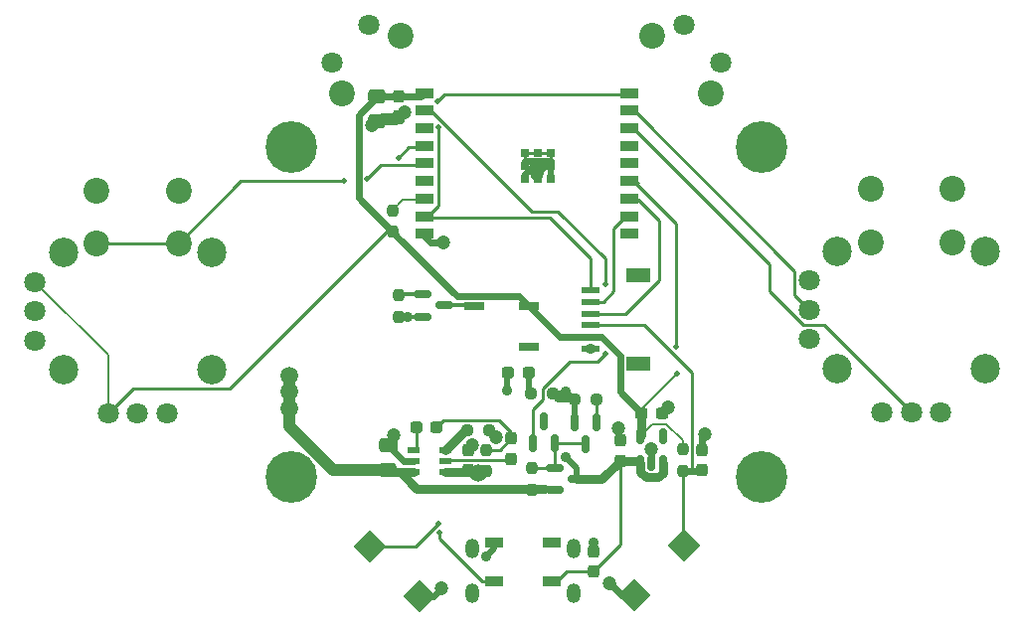
<source format=gbr>
%TF.GenerationSoftware,KiCad,Pcbnew,8.0.2*%
%TF.CreationDate,2024-07-05T22:45:23+08:00*%
%TF.ProjectId,controller,636f6e74-726f-46c6-9c65-722e6b696361,rev?*%
%TF.SameCoordinates,Original*%
%TF.FileFunction,Copper,L1,Top*%
%TF.FilePolarity,Positive*%
%FSLAX46Y46*%
G04 Gerber Fmt 4.6, Leading zero omitted, Abs format (unit mm)*
G04 Created by KiCad (PCBNEW 8.0.2) date 2024-07-05 22:45:23*
%MOMM*%
%LPD*%
G01*
G04 APERTURE LIST*
G04 Aperture macros list*
%AMRoundRect*
0 Rectangle with rounded corners*
0 $1 Rounding radius*
0 $2 $3 $4 $5 $6 $7 $8 $9 X,Y pos of 4 corners*
0 Add a 4 corners polygon primitive as box body*
4,1,4,$2,$3,$4,$5,$6,$7,$8,$9,$2,$3,0*
0 Add four circle primitives for the rounded corners*
1,1,$1+$1,$2,$3*
1,1,$1+$1,$4,$5*
1,1,$1+$1,$6,$7*
1,1,$1+$1,$8,$9*
0 Add four rect primitives between the rounded corners*
20,1,$1+$1,$2,$3,$4,$5,0*
20,1,$1+$1,$4,$5,$6,$7,0*
20,1,$1+$1,$6,$7,$8,$9,0*
20,1,$1+$1,$8,$9,$2,$3,0*%
%AMRotRect*
0 Rectangle, with rotation*
0 The origin of the aperture is its center*
0 $1 length*
0 $2 width*
0 $3 Rotation angle, in degrees counterclockwise*
0 Add horizontal line*
21,1,$1,$2,0,0,$3*%
G04 Aperture macros list end*
%TA.AperFunction,ComponentPad*%
%ADD10C,1.800000*%
%TD*%
%TA.AperFunction,ComponentPad*%
%ADD11C,2.200000*%
%TD*%
%TA.AperFunction,SMDPad,CuDef*%
%ADD12R,1.500000X0.900000*%
%TD*%
%TA.AperFunction,SMDPad,CuDef*%
%ADD13RoundRect,0.150000X-0.587500X-0.150000X0.587500X-0.150000X0.587500X0.150000X-0.587500X0.150000X0*%
%TD*%
%TA.AperFunction,SMDPad,CuDef*%
%ADD14RoundRect,0.237500X0.237500X-0.300000X0.237500X0.300000X-0.237500X0.300000X-0.237500X-0.300000X0*%
%TD*%
%TA.AperFunction,SMDPad,CuDef*%
%ADD15R,2.000000X1.200000*%
%TD*%
%TA.AperFunction,SMDPad,CuDef*%
%ADD16R,1.600000X0.600000*%
%TD*%
%TA.AperFunction,SMDPad,CuDef*%
%ADD17RoundRect,0.150000X0.150000X-0.512500X0.150000X0.512500X-0.150000X0.512500X-0.150000X-0.512500X0*%
%TD*%
%TA.AperFunction,ComponentPad*%
%ADD18C,4.400000*%
%TD*%
%TA.AperFunction,SMDPad,CuDef*%
%ADD19RoundRect,0.237500X0.237500X-0.250000X0.237500X0.250000X-0.237500X0.250000X-0.237500X-0.250000X0*%
%TD*%
%TA.AperFunction,SMDPad,CuDef*%
%ADD20RoundRect,0.150000X-0.150000X0.587500X-0.150000X-0.587500X0.150000X-0.587500X0.150000X0.587500X0*%
%TD*%
%TA.AperFunction,SMDPad,CuDef*%
%ADD21RotRect,2.000000X2.000000X45.000000*%
%TD*%
%TA.AperFunction,ComponentPad*%
%ADD22C,2.500000*%
%TD*%
%TA.AperFunction,SMDPad,CuDef*%
%ADD23RoundRect,0.237500X-0.250000X-0.237500X0.250000X-0.237500X0.250000X0.237500X-0.250000X0.237500X0*%
%TD*%
%TA.AperFunction,SMDPad,CuDef*%
%ADD24RoundRect,0.237500X0.237500X-0.287500X0.237500X0.287500X-0.237500X0.287500X-0.237500X-0.287500X0*%
%TD*%
%TA.AperFunction,SMDPad,CuDef*%
%ADD25RoundRect,0.250000X-0.475000X0.337500X-0.475000X-0.337500X0.475000X-0.337500X0.475000X0.337500X0*%
%TD*%
%TA.AperFunction,SMDPad,CuDef*%
%ADD26RoundRect,0.237500X0.287500X0.237500X-0.287500X0.237500X-0.287500X-0.237500X0.287500X-0.237500X0*%
%TD*%
%TA.AperFunction,SMDPad,CuDef*%
%ADD27RoundRect,0.237500X0.250000X0.237500X-0.250000X0.237500X-0.250000X-0.237500X0.250000X-0.237500X0*%
%TD*%
%TA.AperFunction,SMDPad,CuDef*%
%ADD28RotRect,2.000000X2.000000X135.000000*%
%TD*%
%TA.AperFunction,SMDPad,CuDef*%
%ADD29RoundRect,0.150000X0.150000X-0.587500X0.150000X0.587500X-0.150000X0.587500X-0.150000X-0.587500X0*%
%TD*%
%TA.AperFunction,SMDPad,CuDef*%
%ADD30RoundRect,0.237500X-0.287500X-0.237500X0.287500X-0.237500X0.287500X0.237500X-0.287500X0.237500X0*%
%TD*%
%TA.AperFunction,SMDPad,CuDef*%
%ADD31R,0.700000X0.700000*%
%TD*%
%TA.AperFunction,SMDPad,CuDef*%
%ADD32RoundRect,0.237500X-0.237500X0.300000X-0.237500X-0.300000X0.237500X-0.300000X0.237500X0.300000X0*%
%TD*%
%TA.AperFunction,SMDPad,CuDef*%
%ADD33RoundRect,0.250000X0.475000X-0.337500X0.475000X0.337500X-0.475000X0.337500X-0.475000X-0.337500X0*%
%TD*%
%TA.AperFunction,SMDPad,CuDef*%
%ADD34RoundRect,0.237500X-0.237500X0.250000X-0.237500X-0.250000X0.237500X-0.250000X0.237500X0.250000X0*%
%TD*%
%TA.AperFunction,SMDPad,CuDef*%
%ADD35R,1.100000X0.600000*%
%TD*%
%TA.AperFunction,SMDPad,CuDef*%
%ADD36RoundRect,0.237500X-0.300000X-0.237500X0.300000X-0.237500X0.300000X0.237500X-0.300000X0.237500X0*%
%TD*%
%TA.AperFunction,SMDPad,CuDef*%
%ADD37R,1.700000X0.700000*%
%TD*%
%TA.AperFunction,ComponentPad*%
%ADD38O,1.200000X1.700000*%
%TD*%
%TA.AperFunction,ViaPad*%
%ADD39C,0.500000*%
%TD*%
%TA.AperFunction,ViaPad*%
%ADD40C,0.900000*%
%TD*%
%TA.AperFunction,ViaPad*%
%ADD41C,1.200000*%
%TD*%
%TA.AperFunction,ViaPad*%
%ADD42C,1.500000*%
%TD*%
%TA.AperFunction,Conductor*%
%ADD43C,0.250000*%
%TD*%
%TA.AperFunction,Conductor*%
%ADD44C,0.600000*%
%TD*%
%TA.AperFunction,Conductor*%
%ADD45C,0.500000*%
%TD*%
%TA.AperFunction,Conductor*%
%ADD46C,0.300000*%
%TD*%
%TA.AperFunction,Conductor*%
%ADD47C,0.200000*%
%TD*%
%TA.AperFunction,Conductor*%
%ADD48C,0.800000*%
%TD*%
%TA.AperFunction,Conductor*%
%ADD49C,1.000000*%
%TD*%
G04 APERTURE END LIST*
D10*
%TO.P,SW4,1,1*%
%TO.N,GND*%
X136692893Y-56525126D03*
%TO.P,SW4,2,2*%
%TO.N,/IO3*%
X139874874Y-59707107D03*
D11*
%TO.P,SW4,3,3*%
%TO.N,unconnected-(SW4-Pad3)*%
X138990990Y-62358757D03*
%TO.P,SW4,4,4*%
%TO.N,unconnected-(SW4-Pad4)*%
X134041243Y-57409010D03*
%TD*%
D12*
%TO.P,D3,1,VDD*%
%TO.N,VCC*%
X125450000Y-103950000D03*
%TO.P,D3,2,DOUT*%
%TO.N,unconnected-(D3-DOUT-Pad2)*%
X125450000Y-100650000D03*
%TO.P,D3,3,VSS*%
%TO.N,GND*%
X120550000Y-100650000D03*
%TO.P,D3,4,DIN*%
%TO.N,/RGB*%
X120550000Y-103950000D03*
%TD*%
D13*
%TO.P,Q3,1,G*%
%TO.N,/BEEPER*%
X114420000Y-79450000D03*
%TO.P,Q3,2,S*%
%TO.N,GND*%
X114420000Y-81350000D03*
%TO.P,Q3,3,D*%
%TO.N,Net-(BUZZER2--)*%
X116295000Y-80400000D03*
%TD*%
D14*
%TO.P,C4,1*%
%TO.N,Net-(U1-VCC)*%
X118312500Y-94437500D03*
%TO.P,C4,2*%
%TO.N,GND*%
X118312500Y-92712500D03*
%TD*%
D15*
%TO.P,J3,8*%
%TO.N,N/C*%
X132800000Y-85400000D03*
%TO.P,J3,7*%
X132800000Y-77800000D03*
D16*
%TO.P,J3,6,Pin_6*%
%TO.N,/IO9*%
X128800000Y-79100000D03*
%TO.P,J3,5,Pin_5*%
%TO.N,/RXD*%
X128800000Y-80100000D03*
%TO.P,J3,4,Pin_4*%
%TO.N,/TXD*%
X128800000Y-81100000D03*
%TO.P,J3,3,Pin_3*%
%TO.N,/EN*%
X128800000Y-82100000D03*
%TO.P,J3,2,Pin_2*%
%TO.N,+3V3*%
X128800000Y-83100000D03*
%TO.P,J3,1,Pin_1*%
%TO.N,GND*%
X128800000Y-84100000D03*
%TD*%
D17*
%TO.P,U3,1,VIN*%
%TO.N,VCC*%
X133012500Y-93800000D03*
%TO.P,U3,2,GND*%
%TO.N,GND*%
X133962500Y-93800000D03*
%TO.P,U3,3,CE*%
%TO.N,VCC*%
X134912500Y-93800000D03*
%TO.P,U3,4,NC*%
%TO.N,unconnected-(U3-NC-Pad4)*%
X134912500Y-91525000D03*
%TO.P,U3,5,VOUT*%
%TO.N,+3V3*%
X133012500Y-91525000D03*
%TD*%
D18*
%TO.P,H1,1*%
%TO.N,N/C*%
X103300000Y-95000000D03*
%TD*%
D19*
%TO.P,R11,1*%
%TO.N,GND*%
X112400000Y-81387500D03*
%TO.P,R11,2*%
%TO.N,/BEEPER*%
X112400000Y-79562500D03*
%TD*%
D20*
%TO.P,Q2,1,G*%
%TO.N,/POWER_EN*%
X129312500Y-90325000D03*
%TO.P,Q2,2,S*%
%TO.N,GND*%
X127412500Y-90325000D03*
%TO.P,Q2,3,D*%
%TO.N,Net-(Q1-G)*%
X128362500Y-92200000D03*
%TD*%
D14*
%TO.P,C7,1*%
%TO.N,VCC*%
X131262500Y-93625000D03*
%TO.P,C7,2*%
%TO.N,GND*%
X131262500Y-91900000D03*
%TD*%
D21*
%TO.P,SW1,1,1*%
%TO.N,GND*%
X132478680Y-105121320D03*
%TO.P,SW1,2,2*%
%TO.N,/EN*%
X136721320Y-100878680D03*
%TD*%
D11*
%TO.P,SW2,d,d*%
%TO.N,GND*%
X86700000Y-70600000D03*
%TO.P,SW2,c,c*%
%TO.N,/L_BUTTON*%
X86700000Y-75100000D03*
%TO.P,SW2,b,b*%
%TO.N,GND*%
X93700000Y-70600000D03*
%TO.P,SW2,a,a*%
%TO.N,/L_BUTTON*%
X93700000Y-75100000D03*
D22*
%TO.P,SW2,10,GND*%
%TO.N,GND*%
X83855000Y-85892000D03*
%TO.P,SW2,9,GND*%
X83855000Y-75892000D03*
%TO.P,SW2,8,GND*%
X96505000Y-75892000D03*
%TO.P,SW2,7,GND*%
X96505000Y-85892000D03*
D10*
%TO.P,SW2,6,B*%
X92681000Y-89622000D03*
%TO.P,SW2,5,DTA*%
%TO.N,/ADC1_CH4*%
X90180000Y-89622000D03*
%TO.P,SW2,4,A*%
%TO.N,+3V3*%
X87681000Y-89622000D03*
%TO.P,SW2,3,A*%
%TO.N,GND*%
X81451000Y-83392000D03*
%TO.P,SW2,2,DTA*%
%TO.N,/ADC1_CH0*%
X81451000Y-80892000D03*
%TO.P,SW2,1,B*%
%TO.N,+3V3*%
X81451000Y-78392000D03*
%TD*%
D19*
%TO.P,R1,1*%
%TO.N,/EN*%
X136612500Y-94500000D03*
%TO.P,R1,2*%
%TO.N,+3V3*%
X136612500Y-92675000D03*
%TD*%
D23*
%TO.P,R10,1*%
%TO.N,Net-(D5-K)*%
X123700000Y-87925000D03*
%TO.P,R10,2*%
%TO.N,GND*%
X125525000Y-87925000D03*
%TD*%
D19*
%TO.P,R3,1*%
%TO.N,Net-(U1-VCC)*%
X119912500Y-94537500D03*
%TO.P,R3,2*%
%TO.N,Net-(D1-A)*%
X119912500Y-92712500D03*
%TD*%
%TO.P,R8,1*%
%TO.N,+BATT*%
X123750000Y-96087500D03*
%TO.P,R8,2*%
%TO.N,Net-(Q1-G)*%
X123750000Y-94262500D03*
%TD*%
D24*
%TO.P,D2,1,K*%
%TO.N,Net-(D2-K)*%
X122012500Y-93500000D03*
%TO.P,D2,2,A*%
%TO.N,Net-(D1-A)*%
X122012500Y-91750000D03*
%TD*%
D25*
%TO.P,C2,1*%
%TO.N,+3V3*%
X110600000Y-62625000D03*
%TO.P,C2,2*%
%TO.N,GND*%
X110600000Y-64700000D03*
%TD*%
D14*
%TO.P,C1,1*%
%TO.N,/EN*%
X138212500Y-94450000D03*
%TO.P,C1,2*%
%TO.N,GND*%
X138212500Y-92725000D03*
%TD*%
D18*
%TO.P,H3,1*%
%TO.N,N/C*%
X143300000Y-95000000D03*
%TD*%
D26*
%TO.P,D5,1,K*%
%TO.N,Net-(D5-K)*%
X123487500Y-86100000D03*
%TO.P,D5,2,A*%
%TO.N,VCC*%
X121737500Y-86100000D03*
%TD*%
D18*
%TO.P,H4,1*%
%TO.N,N/C*%
X103300000Y-66900000D03*
%TD*%
D27*
%TO.P,R4,1*%
%TO.N,GND*%
X120125000Y-91025000D03*
%TO.P,R4,2*%
%TO.N,Net-(U1-PROG)*%
X118300000Y-91025000D03*
%TD*%
D28*
%TO.P,SW5,1,1*%
%TO.N,GND*%
X114200000Y-105200000D03*
%TO.P,SW5,2,2*%
%TO.N,Net-(D4-C)*%
X109957360Y-100957360D03*
%TD*%
D29*
%TO.P,D4,1,A*%
%TO.N,/KEY*%
X123812500Y-92150000D03*
%TO.P,D4,2,A*%
%TO.N,Net-(Q1-G)*%
X125712500Y-92150000D03*
%TO.P,D4,3,C*%
%TO.N,Net-(D4-C)*%
X124762500Y-90275000D03*
%TD*%
D30*
%TO.P,D1,1,K*%
%TO.N,Net-(D1-K)*%
X113912500Y-90775000D03*
%TO.P,D1,2,A*%
%TO.N,Net-(D1-A)*%
X115662500Y-90775000D03*
%TD*%
D13*
%TO.P,Q1,1,G*%
%TO.N,Net-(Q1-G)*%
X125675000Y-94225000D03*
%TO.P,Q1,2,S*%
%TO.N,+BATT*%
X125675000Y-96125000D03*
%TO.P,Q1,3,D*%
%TO.N,VCC*%
X127550000Y-95175000D03*
%TD*%
D12*
%TO.P,U4,1,3V3*%
%TO.N,+3V3*%
X114600000Y-62300000D03*
%TO.P,U4,2,EN*%
%TO.N,/EN*%
X114600000Y-63800000D03*
%TO.P,U4,3,IO4*%
%TO.N,/ADC1_CH4*%
X114600000Y-65300000D03*
%TO.P,U4,4,IO5*%
%TO.N,/BEEPER*%
X114600000Y-66800000D03*
%TO.P,U4,5,IO6*%
%TO.N,/L_BUTTON*%
X114600000Y-68300000D03*
%TO.P,U4,6,IO7*%
%TO.N,/RGB*%
X114600000Y-69800000D03*
%TO.P,U4,7,IO8*%
%TO.N,Net-(U4-IO8)*%
X114600000Y-71300000D03*
%TO.P,U4,8,IO9*%
%TO.N,/IO9*%
X114600000Y-72800000D03*
%TO.P,U4,9,GND*%
%TO.N,GND*%
X114600000Y-74300000D03*
%TO.P,U4,10,IO10*%
%TO.N,/KEY*%
X132100000Y-74300000D03*
%TO.P,U4,11,RXD*%
%TO.N,/RXD*%
X132100000Y-72800000D03*
%TO.P,U4,12,TXD*%
%TO.N,/TXD*%
X132100000Y-71300000D03*
%TO.P,U4,13,IO18*%
%TO.N,/POWER_EN*%
X132100000Y-69800000D03*
%TO.P,U4,14,IO19*%
%TO.N,/R_BUTTON*%
X132100000Y-68300000D03*
%TO.P,U4,15,IO3*%
%TO.N,/IO3*%
X132100000Y-66800000D03*
%TO.P,U4,16,IO2*%
%TO.N,/ADC1_CH2*%
X132100000Y-65300000D03*
%TO.P,U4,17,IO1*%
%TO.N,/ADC1_CH1*%
X132100000Y-63800000D03*
%TO.P,U4,18,IO0*%
%TO.N,/ADC1_CH0*%
X132100000Y-62300000D03*
D31*
%TO.P,U4,19,EP*%
%TO.N,GND*%
X123210000Y-67400000D03*
X123210000Y-68500000D03*
X123210000Y-69600000D03*
X124260000Y-67400000D03*
X124260000Y-68500000D03*
X124260000Y-69600000D03*
X125410000Y-67400000D03*
X125410000Y-68500000D03*
X125410000Y-69600000D03*
%TD*%
D32*
%TO.P,C11,1*%
%TO.N,GND*%
X129000000Y-101337500D03*
%TO.P,C11,2*%
%TO.N,VCC*%
X129000000Y-103062500D03*
%TD*%
D33*
%TO.P,C5,1*%
%TO.N,+BATT*%
X111462500Y-94412500D03*
%TO.P,C5,2*%
%TO.N,GND*%
X111462500Y-92337500D03*
%TD*%
D11*
%TO.P,SW3,d,d*%
%TO.N,GND*%
X152600000Y-70500000D03*
%TO.P,SW3,c,c*%
%TO.N,/R_BUTTON*%
X152600000Y-75000000D03*
%TO.P,SW3,b,b*%
%TO.N,GND*%
X159600000Y-70500000D03*
%TO.P,SW3,a,a*%
%TO.N,/R_BUTTON*%
X159600000Y-75000000D03*
D22*
%TO.P,SW3,10,GND*%
%TO.N,GND*%
X149755000Y-85792000D03*
%TO.P,SW3,9,GND*%
X149755000Y-75792000D03*
%TO.P,SW3,8,GND*%
X162405000Y-75792000D03*
%TO.P,SW3,7,GND*%
X162405000Y-85792000D03*
D10*
%TO.P,SW3,6,B*%
X158581000Y-89522000D03*
%TO.P,SW3,5,DTA*%
%TO.N,/ADC1_CH2*%
X156080000Y-89522000D03*
%TO.P,SW3,4,A*%
%TO.N,+3V3*%
X153581000Y-89522000D03*
%TO.P,SW3,3,A*%
%TO.N,GND*%
X147351000Y-83292000D03*
%TO.P,SW3,2,DTA*%
%TO.N,/ADC1_CH1*%
X147351000Y-80792000D03*
%TO.P,SW3,1,B*%
%TO.N,+3V3*%
X147351000Y-78292000D03*
%TD*%
D34*
%TO.P,R2,1*%
%TO.N,Net-(U4-IO8)*%
X111900000Y-72287500D03*
%TO.P,R2,2*%
%TO.N,+3V3*%
X111900000Y-74112500D03*
%TD*%
D35*
%TO.P,U1,1,/CHRG*%
%TO.N,Net-(D1-K)*%
X113712500Y-92725000D03*
%TO.P,U1,2,GND*%
%TO.N,GND*%
X113712500Y-93675000D03*
%TO.P,U1,3,BAT*%
%TO.N,+BATT*%
X113712500Y-94625000D03*
%TO.P,U1,4,VCC*%
%TO.N,Net-(U1-VCC)*%
X116412500Y-94625000D03*
%TO.P,U1,5,STDBY*%
%TO.N,Net-(D2-K)*%
X116412500Y-93675000D03*
%TO.P,U1,6,PROG*%
%TO.N,Net-(U1-PROG)*%
X116412500Y-92725000D03*
%TD*%
D23*
%TO.P,R9,1*%
%TO.N,GND*%
X127450000Y-88400000D03*
%TO.P,R9,2*%
%TO.N,/POWER_EN*%
X129275000Y-88400000D03*
%TD*%
D18*
%TO.P,H2,1*%
%TO.N,N/C*%
X143300000Y-66900000D03*
%TD*%
D36*
%TO.P,C9,1*%
%TO.N,+3V3*%
X133100000Y-89562500D03*
%TO.P,C9,2*%
%TO.N,GND*%
X134825000Y-89562500D03*
%TD*%
D37*
%TO.P,BUZZER2,1,+*%
%TO.N,+3V3*%
X123500000Y-80450000D03*
%TO.P,BUZZER2,2,-*%
%TO.N,Net-(BUZZER2--)*%
X118900000Y-80450000D03*
%TO.P,BUZZER2,3*%
%TO.N,unconnected-(BUZZER2-Pad3)*%
X123500000Y-83950000D03*
%TD*%
D32*
%TO.P,C3,1*%
%TO.N,+3V3*%
X112400000Y-62600000D03*
%TO.P,C3,2*%
%TO.N,GND*%
X112400000Y-64325000D03*
%TD*%
D38*
%TO.P,J1,16*%
%TO.N,N/C*%
X118680000Y-104900000D03*
%TO.P,J1,15*%
X127320000Y-104900000D03*
%TO.P,J1,14*%
X118680000Y-101100000D03*
%TO.P,J1,13*%
X127320000Y-101100000D03*
%TD*%
D10*
%TO.P,SW7,1,1*%
%TO.N,GND*%
X106725126Y-59707107D03*
%TO.P,SW7,2,2*%
%TO.N,/IO9*%
X109907107Y-56525126D03*
D11*
%TO.P,SW7,3,3*%
%TO.N,unconnected-(SW7-Pad3)*%
X112558757Y-57409010D03*
%TO.P,SW7,4,4*%
%TO.N,unconnected-(SW7-Pad4)*%
X107609010Y-62358757D03*
%TD*%
D39*
%TO.N,/IO9*%
X115799999Y-65213173D03*
%TO.N,/EN*%
X130002494Y-78598753D03*
X128800000Y-82100000D03*
D40*
%TO.N,GND*%
X129000000Y-100600000D03*
D41*
X112900000Y-63962500D03*
D40*
X126612500Y-87725000D03*
D41*
X111981524Y-91494024D03*
X116200000Y-75000000D03*
X135361286Y-89066456D03*
X110100000Y-65062500D03*
X133923177Y-92608463D03*
X130400000Y-104100000D03*
X120737501Y-91607264D03*
X116100000Y-104500000D03*
D40*
X119848624Y-101793644D03*
X113200000Y-81350000D03*
X128800000Y-84100000D03*
D41*
X138512500Y-91387500D03*
X124210000Y-69200000D03*
X131112500Y-90900000D03*
X118650351Y-92296290D03*
D39*
%TO.N,+3V3*%
X136130913Y-86206587D03*
D42*
%TO.N,Net-(U1-VCC)*%
X119212500Y-94650000D03*
%TO.N,+BATT*%
X103100000Y-86400000D03*
X103130000Y-89200000D03*
X103130000Y-87775000D03*
D40*
%TO.N,VCC*%
X126612500Y-93325000D03*
X121634522Y-87645000D03*
D39*
%TO.N,/RGB*%
X114525107Y-69932822D03*
X115856585Y-99756589D03*
%TO.N,/POWER_EN*%
X136044759Y-83955239D03*
X129275000Y-88400000D03*
%TO.N,/ADC1_CH4*%
X114525107Y-65432822D03*
%TO.N,/IO3*%
X132025107Y-66932822D03*
%TO.N,Net-(D4-C)*%
X115800000Y-99000000D03*
X124762500Y-90275000D03*
%TO.N,/KEY*%
X132100000Y-74300000D03*
X130038857Y-84499519D03*
%TO.N,/R_BUTTON*%
X132025107Y-68432822D03*
%TO.N,/ADC1_CH0*%
X115687380Y-63047786D03*
%TO.N,/BEEPER*%
X112400000Y-79562500D03*
X112400000Y-67800000D03*
%TO.N,/L_BUTTON*%
X107800000Y-69800000D03*
X109750000Y-69600000D03*
%TD*%
D43*
%TO.N,/IO9*%
X115799999Y-71900001D02*
X115799999Y-65213173D01*
X114900000Y-72800000D02*
X115799999Y-71900001D01*
X114600000Y-72800000D02*
X114900000Y-72800000D01*
%TO.N,/ADC1_CH0*%
X116302344Y-62432822D02*
X132025107Y-62432822D01*
X115687380Y-63047786D02*
X116302344Y-62432822D01*
D44*
%TO.N,/EN*%
X138162500Y-94500000D02*
X138212500Y-94450000D01*
D43*
X126000000Y-72400000D02*
X123800000Y-72400000D01*
X136612500Y-94500000D02*
X136612500Y-100769860D01*
X137412500Y-86136153D02*
X137412500Y-94300000D01*
D44*
X136612500Y-94500000D02*
X137612500Y-94500000D01*
D43*
X137412500Y-94300000D02*
X137612500Y-94500000D01*
X130002494Y-78598753D02*
X130002494Y-76402494D01*
X136612500Y-100769860D02*
X136721320Y-100878680D01*
X130002494Y-76402494D02*
X126000000Y-72400000D01*
D44*
X137612500Y-94500000D02*
X138162500Y-94500000D01*
D43*
X115332822Y-63932822D02*
X114525107Y-63932822D01*
X128800000Y-82100000D02*
X133376347Y-82100000D01*
X133376347Y-82100000D02*
X137412500Y-86136153D01*
X123800000Y-72400000D02*
X115332822Y-63932822D01*
D45*
%TO.N,GND*%
X126000000Y-88400000D02*
X125525000Y-87925000D01*
X119848624Y-101793644D02*
X120550000Y-101092268D01*
X125410000Y-69600000D02*
X125410000Y-68500000D01*
D44*
X134865242Y-89562500D02*
X134825000Y-89562500D01*
D43*
X123210000Y-67400000D02*
X125410000Y-67400000D01*
D44*
X133962500Y-93800000D02*
X133962500Y-92647786D01*
X112600000Y-64325000D02*
X110975000Y-64325000D01*
D43*
X125410000Y-67400000D02*
X125410000Y-68500000D01*
D45*
X120155237Y-91025000D02*
X120737501Y-91607264D01*
D44*
X125360000Y-68100000D02*
X125310000Y-68100000D01*
X111462500Y-92013048D02*
X111462500Y-92337500D01*
X125360000Y-68100000D02*
X124260000Y-68100000D01*
D45*
X120125000Y-91025000D02*
X120155237Y-91025000D01*
X120550000Y-101092268D02*
X120550000Y-100650000D01*
D44*
X110975000Y-64325000D02*
X110600000Y-64700000D01*
D45*
X127450000Y-90287500D02*
X127412500Y-90325000D01*
D44*
X114300000Y-105200000D02*
X115400000Y-105200000D01*
D45*
X127287500Y-88400000D02*
X126612500Y-87725000D01*
X129000000Y-101337500D02*
X129000000Y-100600000D01*
X118312500Y-92634141D02*
X118650351Y-92296290D01*
D46*
X114420000Y-81350000D02*
X113200000Y-81350000D01*
D44*
X133962500Y-92647786D02*
X133923177Y-92608463D01*
D45*
X126412500Y-87925000D02*
X126612500Y-87725000D01*
X127450000Y-88400000D02*
X127450000Y-90287500D01*
D44*
X138212500Y-92725000D02*
X138212500Y-91687500D01*
X112600000Y-64625000D02*
X111275000Y-64625000D01*
D45*
X113162500Y-81387500D02*
X113200000Y-81350000D01*
D44*
X138212500Y-91687500D02*
X138512500Y-91387500D01*
X111981524Y-91494024D02*
X111462500Y-92013048D01*
X112600000Y-64325000D02*
X112600000Y-64262500D01*
D45*
X112400000Y-81387500D02*
X113162500Y-81387500D01*
D44*
X112812500Y-93675000D02*
X113712500Y-93675000D01*
X115092285Y-75000000D02*
X116200000Y-75000000D01*
X115400000Y-105200000D02*
X116100000Y-104500000D01*
X124260000Y-68100000D02*
X123160000Y-69200000D01*
D43*
X123210000Y-67400000D02*
X123210000Y-68500000D01*
D45*
X125525000Y-87925000D02*
X126412500Y-87925000D01*
X127450000Y-88400000D02*
X127287500Y-88400000D01*
D44*
X111981524Y-92844024D02*
X112812500Y-93675000D01*
X125360000Y-68100000D02*
X123160000Y-68100000D01*
X125310000Y-68100000D02*
X124210000Y-69200000D01*
X112600000Y-64262500D02*
X112900000Y-63962500D01*
D45*
X127450000Y-88400000D02*
X126000000Y-88400000D01*
D44*
X111981524Y-91494024D02*
X111981524Y-92844024D01*
D45*
X118312500Y-92712500D02*
X118312500Y-92634141D01*
D44*
X131521320Y-105221320D02*
X130400000Y-104100000D01*
X132278680Y-105221320D02*
X131521320Y-105221320D01*
X112162500Y-64700000D02*
X112900000Y-63962500D01*
X110600000Y-64700000D02*
X112162500Y-64700000D01*
X114525107Y-74432822D02*
X115092285Y-75000000D01*
X135361286Y-89066456D02*
X134865242Y-89562500D01*
%TO.N,+3V3*%
X131300000Y-84700000D02*
X129700000Y-83100000D01*
D47*
X136612500Y-91921948D02*
X135215552Y-90525000D01*
D44*
X109000000Y-64225000D02*
X109000000Y-71212500D01*
X117387500Y-79600000D02*
X112293750Y-74506250D01*
X110600000Y-62625000D02*
X114275000Y-62625000D01*
X112293750Y-74506250D02*
X111900000Y-74112500D01*
D48*
X133100000Y-89562500D02*
X133100000Y-91437500D01*
D47*
X133100000Y-89237500D02*
X136130913Y-86206587D01*
D44*
X122650000Y-79600000D02*
X117387500Y-79600000D01*
D47*
X81451000Y-78392000D02*
X87681000Y-84622000D01*
D48*
X133100000Y-89512500D02*
X133100000Y-89562500D01*
D44*
X133100000Y-89562500D02*
X131300000Y-87762500D01*
D47*
X135215552Y-90525000D02*
X134012500Y-90525000D01*
D44*
X110600000Y-62625000D02*
X109000000Y-64225000D01*
D48*
X133100000Y-91437500D02*
X133012500Y-91525000D01*
D43*
X87681000Y-89622000D02*
X89836000Y-87467000D01*
X111400000Y-74112500D02*
X111900000Y-74112500D01*
D44*
X126150000Y-83100000D02*
X123500000Y-80450000D01*
X109000000Y-71212500D02*
X112293750Y-74506250D01*
D47*
X136612500Y-92675000D02*
X136612500Y-91921948D01*
D44*
X131300000Y-87762500D02*
X131300000Y-84700000D01*
X129700000Y-83100000D02*
X128800000Y-83100000D01*
X123500000Y-80450000D02*
X122650000Y-79600000D01*
X114275000Y-62625000D02*
X114600000Y-62300000D01*
D47*
X134012500Y-90525000D02*
X133012500Y-91525000D01*
X133100000Y-89562500D02*
X133100000Y-89237500D01*
D43*
X98045500Y-87467000D02*
X111400000Y-74112500D01*
X89836000Y-87467000D02*
X98045500Y-87467000D01*
D47*
X87681000Y-84622000D02*
X87681000Y-89622000D01*
D44*
X128800000Y-83100000D02*
X126150000Y-83100000D01*
D48*
%TO.N,Net-(U1-VCC)*%
X116412500Y-94625000D02*
X119650000Y-94625000D01*
X119650000Y-94625000D02*
X119787500Y-94487500D01*
X119112500Y-94625000D02*
X116412500Y-94625000D01*
D49*
%TO.N,+BATT*%
X103100000Y-90698780D02*
X106813720Y-94412500D01*
D48*
X111675000Y-94625000D02*
X112612500Y-94625000D01*
X112612500Y-94625000D02*
X113712500Y-94625000D01*
X103100000Y-86400000D02*
X103100000Y-88590986D01*
X103100000Y-86400000D02*
X103100000Y-88137500D01*
D49*
X106813720Y-94412500D02*
X111462500Y-94412500D01*
D48*
X113987500Y-96000000D02*
X124887500Y-96000000D01*
D49*
X103100000Y-86400000D02*
X103100000Y-90698780D01*
D48*
X112612500Y-94625000D02*
X113987500Y-96000000D01*
X111462500Y-94412500D02*
X111675000Y-94625000D01*
%TO.N,VCC*%
X133497684Y-95062500D02*
X134516456Y-95062500D01*
D43*
X131262500Y-100800000D02*
X129000000Y-103062500D01*
D45*
X127550000Y-95175000D02*
X127550000Y-94262500D01*
D48*
X129712500Y-95175000D02*
X131262500Y-93625000D01*
D43*
X125450000Y-103950000D02*
X125850000Y-103950000D01*
X125850000Y-103950000D02*
X126737500Y-103062500D01*
D48*
X133012500Y-94577316D02*
X133497684Y-95062500D01*
X133012500Y-93800000D02*
X133012500Y-94577316D01*
X134912500Y-94666456D02*
X134912500Y-93800000D01*
D43*
X126737500Y-103062500D02*
X129000000Y-103062500D01*
D45*
X121634522Y-86202978D02*
X121737500Y-86100000D01*
D43*
X131262500Y-93625000D02*
X131262500Y-100800000D01*
D45*
X127550000Y-94262500D02*
X126612500Y-93325000D01*
X121634522Y-87645000D02*
X121634522Y-86202978D01*
D43*
X134912500Y-93800000D02*
X134912500Y-94962500D01*
D48*
X127550000Y-95175000D02*
X129712500Y-95175000D01*
X134516456Y-95062500D02*
X134912500Y-94666456D01*
X132837500Y-93625000D02*
X133012500Y-93800000D01*
X131262500Y-93625000D02*
X132837500Y-93625000D01*
D43*
%TO.N,Net-(Q1-G)*%
X123787500Y-94225000D02*
X123750000Y-94262500D01*
X125675000Y-94225000D02*
X123787500Y-94225000D01*
X125675000Y-94225000D02*
X125675000Y-92187500D01*
X125712500Y-92150000D02*
X128312500Y-92150000D01*
X125675000Y-92187500D02*
X125712500Y-92150000D01*
X128312500Y-92150000D02*
X128362500Y-92200000D01*
%TO.N,Net-(D1-K)*%
X113912500Y-92525000D02*
X113712500Y-92725000D01*
X113912500Y-90775000D02*
X113912500Y-92525000D01*
%TO.N,Net-(D1-A)*%
X122012500Y-91225000D02*
X121012500Y-90225000D01*
X119912500Y-92712500D02*
X121050000Y-92712500D01*
X121012500Y-90225000D02*
X116212500Y-90225000D01*
X116212500Y-90225000D02*
X115662500Y-90775000D01*
X121050000Y-92712500D02*
X122012500Y-91750000D01*
%TO.N,Net-(D2-K)*%
X116512500Y-93575000D02*
X116412500Y-93675000D01*
X121937500Y-93575000D02*
X116512500Y-93575000D01*
X122012500Y-93500000D02*
X121937500Y-93575000D01*
D48*
%TO.N,Net-(U1-PROG)*%
X118112500Y-91025000D02*
X116412500Y-92725000D01*
X118300000Y-91025000D02*
X118112500Y-91025000D01*
D43*
%TO.N,/TXD*%
X134600000Y-78250000D02*
X131750000Y-81100000D01*
X131750000Y-81100000D02*
X128800000Y-81100000D01*
X132025107Y-71432822D02*
X132832822Y-71432822D01*
X132832822Y-71432822D02*
X134600000Y-73200000D01*
X134600000Y-73200000D02*
X134600000Y-78250000D01*
%TO.N,/RXD*%
X131675107Y-72932822D02*
X132025107Y-72932822D01*
X130750000Y-73857929D02*
X130750000Y-79200000D01*
X130750000Y-73857929D02*
X131675107Y-72932822D01*
X129850000Y-80100000D02*
X130750000Y-79200000D01*
X128800000Y-80100000D02*
X129850000Y-80100000D01*
%TO.N,/IO9*%
X128800000Y-76400000D02*
X125332822Y-72932822D01*
X125332822Y-72932822D02*
X114525107Y-72932822D01*
X128800000Y-76400000D02*
X128800000Y-79100000D01*
%TO.N,/RGB*%
X115856585Y-100256585D02*
X115856585Y-99756589D01*
X119550000Y-103950000D02*
X115856585Y-100256585D01*
X120550000Y-103950000D02*
X119550000Y-103950000D01*
%TO.N,/POWER_EN*%
X136044759Y-73444759D02*
X136044759Y-83955239D01*
X129312500Y-88437500D02*
X129275000Y-88400000D01*
X129312500Y-90325000D02*
X129312500Y-88437500D01*
X132400000Y-69800000D02*
X136044759Y-73444759D01*
X132100000Y-69800000D02*
X132400000Y-69800000D01*
X132025107Y-69932822D02*
X132828964Y-69932822D01*
D47*
%TO.N,/ADC1_CH1*%
X132325107Y-63932822D02*
X132025107Y-63932822D01*
D43*
X146126000Y-79567000D02*
X146126000Y-77476000D01*
X147351000Y-80792000D02*
X146126000Y-79567000D01*
X146126000Y-77476000D02*
X132450000Y-63800000D01*
X132450000Y-63800000D02*
X132100000Y-63800000D01*
%TO.N,/ADC1_CH2*%
X148625000Y-82067000D02*
X156080000Y-89522000D01*
D47*
X132025107Y-65432822D02*
X132325107Y-65432822D01*
D43*
X132100000Y-65300000D02*
X132400000Y-65300000D01*
X144000000Y-76900000D02*
X144000000Y-79223412D01*
X132400000Y-65300000D02*
X144000000Y-76900000D01*
X144000000Y-79223412D02*
X146843588Y-82067000D01*
X146843588Y-82067000D02*
X148625000Y-82067000D01*
D47*
%TO.N,Net-(U4-IO8)*%
X111900000Y-72287500D02*
X112754678Y-71432822D01*
X112754678Y-71432822D02*
X114525107Y-71432822D01*
D43*
%TO.N,Net-(D4-C)*%
X109957360Y-100957360D02*
X113842640Y-100957360D01*
X113842640Y-100957360D02*
X115800000Y-99000000D01*
%TO.N,/KEY*%
X123812500Y-92150000D02*
X123812500Y-89302076D01*
X126960424Y-85200000D02*
X129338376Y-85200000D01*
X124712500Y-87447924D02*
X126960424Y-85200000D01*
X129338376Y-85200000D02*
X130038857Y-84499519D01*
X124712500Y-88402076D02*
X124712500Y-87447924D01*
X123812500Y-89302076D02*
X124712500Y-88402076D01*
D45*
%TO.N,Net-(D5-K)*%
X123487500Y-87712500D02*
X123700000Y-87925000D01*
X123487500Y-86100000D02*
X123487500Y-87712500D01*
D43*
%TO.N,/BEEPER*%
X114525107Y-66932822D02*
X113267178Y-66932822D01*
D46*
X112512500Y-79450000D02*
X112400000Y-79562500D01*
X114420000Y-79450000D02*
X112512500Y-79450000D01*
D43*
X113267178Y-66932822D02*
X112400000Y-67800000D01*
%TO.N,/L_BUTTON*%
X99000000Y-69800000D02*
X93700000Y-75100000D01*
X107800000Y-69800000D02*
X99000000Y-69800000D01*
X93700000Y-75100000D02*
X86700000Y-75100000D01*
X110917178Y-68432822D02*
X109750000Y-69600000D01*
X114525107Y-68432822D02*
X110917178Y-68432822D01*
D46*
%TO.N,Net-(BUZZER2--)*%
X116295000Y-80400000D02*
X118850000Y-80400000D01*
X118850000Y-80400000D02*
X118900000Y-80450000D01*
%TD*%
M02*

</source>
